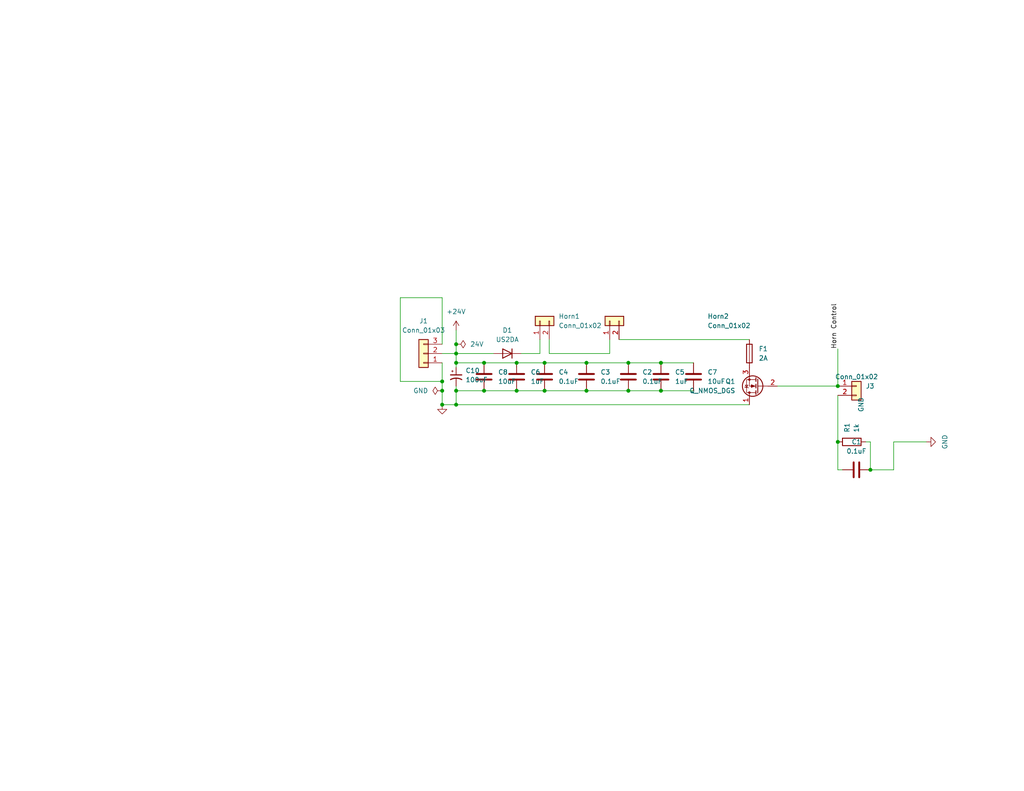
<source format=kicad_sch>
(kicad_sch (version 20231120) (generator "eeschema") (generator_version "8.0")
  (paper "USLetter")
  (title_block (title "Horns Board") (date "2025-09-16") (rev "1.0") (company "Illini Solar Car") (comment 1 "Designed By: Pedro Couto"))
  (lib_symbols
    (symbol "Connector_Generic:Conn_01x02" (pin_names (offset 1.016) hide)
      (property "Reference" "J" (at 0 2.54 0))
      (property "Value" "Conn_01x02" (at 0 -5.08 0))
      (symbol "Conn_01x02_1_1"
        (rectangle (start -1.27 -2.413) (end 0 -2.667) (stroke (width 0.1524)))
        (rectangle (start -1.27 0.127) (end 0 -0.127) (stroke (width 0.1524)))
        (rectangle (start -1.27 1.27) (end 1.27 -3.81) (stroke (width 0.254)) (fill (type background)))
        (pin passive line (at -5.08 0 0) (length 3.81) (name "Pin_1") (number "1"))
        (pin passive line (at -5.08 -2.54 0) (length 3.81) (name "Pin_2") (number "2"))
      )
    )
    (symbol "Connector_Generic:Conn_01x03" (pin_names (offset 1.016) hide)
      (property "Reference" "J" (at 0 5.08 0))
      (property "Value" "Conn_01x03" (at 0 -5.08 0))
      (symbol "Conn_01x03_1_1"
        (rectangle (start -1.27 -2.413) (end 0 -2.667) (stroke (width 0.1524)))
        (rectangle (start -1.27 0.127) (end 0 -0.127) (stroke (width 0.1524)))
        (rectangle (start -1.27 2.667) (end 0 2.413) (stroke (width 0.1524)))
        (rectangle (start -1.27 3.81) (end 1.27 -3.81) (stroke (width 0.254)) (fill (type background)))
        (pin passive line (at -5.08 2.54 0) (length 3.81) (name "Pin_1") (number "1"))
        (pin passive line (at -5.08 0 0) (length 3.81) (name "Pin_2") (number "2"))
        (pin passive line (at -5.08 -2.54 0) (length 3.81) (name "Pin_3") (number "3"))
      )
    )
    (symbol "Device:C_Polarized_Small_US" (pin_numbers hide) (pin_names (offset 0.254) hide)
      (property "Reference" "C" (at 0.254 1.778 0))
      (property "Value" "C_Polarized_Small_US" (at 0.254 -2.032 0))
      (symbol "C_Polarized_Small_US_0_1"
        (polyline (pts (xy -1.524 0.508) (xy 1.524 0.508)) (stroke (width 0.3048)))
        (polyline (pts (xy -1.27 1.524) (xy -0.762 1.524)))
        (polyline (pts (xy -1.016 1.27) (xy -1.016 1.778)))
        (arc (start 1.524 -0.762) (mid 0 -0.3734) (end -1.524 -0.762) (stroke (width 0.3048)))
      )
      (symbol "C_Polarized_Small_US_1_1"
        (pin passive line (at 0 2.54 270) (length 2.032) (name "~") (number "1"))
        (pin passive line (at 0 -2.54 90) (length 2.032) (name "~") (number "2"))
      )
    )
    (symbol "Device:Fuse" (pin_numbers hide) (pin_names (offset 0))
      (property "Reference" "F" (at 2.032 0 90))
      (property "Value" "Fuse" (at -1.905 0 90))
      (symbol "Fuse_0_1"
        (rectangle (start -0.762 -2.54) (end 0.762 2.54) (stroke (width 0.254)))
        (polyline (pts (xy 0 2.54) (xy 0 -2.54)))
      )
      (symbol "Fuse_1_1"
        (pin passive line (at 0 3.81 270) (length 1.27) (name "~") (number "1"))
        (pin passive line (at 0 -3.81 90) (length 1.27) (name "~") (number "2"))
      )
    )
    (symbol "Device:Q_NMOS_DGS" (pin_names (offset 0) hide)
      (property "Reference" "Q" (at 5.08 1.27 0))
      (property "Value" "Q_NMOS_DGS" (at 5.08 -1.27 0))
      (symbol "Q_NMOS_DGS_0_1"
        (polyline (pts (xy 0.254 0) (xy -2.54 0)))
        (polyline (pts (xy 0.254 1.905) (xy 0.254 -1.905)) (stroke (width 0.254)))
        (polyline (pts (xy 0.762 -1.27) (xy 0.762 -2.286)) (stroke (width 0.254)))
        (polyline (pts (xy 0.762 0.508) (xy 0.762 -0.508)) (stroke (width 0.254)))
        (polyline (pts (xy 0.762 2.286) (xy 0.762 1.27)) (stroke (width 0.254)))
        (polyline (pts (xy 2.54 2.54) (xy 2.54 1.778)))
        (polyline (pts (xy 2.54 -2.54) (xy 2.54 0) (xy 0.762 0)))
        (polyline (pts (xy 0.762 -1.778) (xy 3.302 -1.778) (xy 3.302 1.778) (xy 0.762 1.778)))
        (polyline (pts (xy 1.016 0) (xy 2.032 0.381) (xy 2.032 -0.381) (xy 1.016 0)) (fill (type outline)))
        (polyline (pts (xy 2.794 0.508) (xy 2.921 0.381) (xy 3.683 0.381) (xy 3.81 0.254)))
        (polyline (pts (xy 3.302 0.381) (xy 2.921 -0.254) (xy 3.683 -0.254) (xy 3.302 0.381)))
        (circle (center 1.651 0) (radius 2.794) (stroke (width 0.254)))
        (circle (center 2.54 -1.778) (radius 0.254) (fill (type outline)))
        (circle (center 2.54 1.778) (radius 0.254) (fill (type outline)))
      )
      (symbol "Q_NMOS_DGS_1_1"
        (pin passive line (at 2.54 5.08 270) (length 2.54) (name "D") (number "1"))
        (pin input line (at -5.08 0 0) (length 2.54) (name "G") (number "2"))
        (pin passive line (at 2.54 -5.08 90) (length 2.54) (name "S") (number "3"))
      )
    )
    (symbol "Device:R" (pin_numbers hide) (pin_names (offset 0))
      (property "Reference" "R" (at 2.032 0 90))
      (property "Value" "R" (at 0 0 90))
      (symbol "R_0_1"
        (rectangle (start -1.016 -2.54) (end 1.016 2.54) (stroke (width 0.254)))
      )
      (symbol "R_1_1"
        (pin passive line (at 0 3.81 270) (length 1.27) (name "~") (number "1"))
        (pin passive line (at 0 -3.81 90) (length 1.27) (name "~") (number "2"))
      )
    )
    (symbol "Diode:US2DA" (pin_numbers hide) (pin_names (offset 1.016) hide)
      (property "Reference" "D" (at 0 2.54 0))
      (property "Value" "US2DA" (at 0 -2.54 0))
      (symbol "US2DA_0_1"
        (polyline (pts (xy -1.27 1.27) (xy -1.27 -1.27)) (stroke (width 0.254)))
        (polyline (pts (xy 1.27 0) (xy -1.27 0)))
        (polyline (pts (xy 1.27 1.27) (xy 1.27 -1.27) (xy -1.27 0) (xy 1.27 1.27)) (stroke (width 0.254)))
      )
      (symbol "US2DA_1_1"
        (pin passive line (at -3.81 0 0) (length 2.54) (name "K") (number "1"))
        (pin passive line (at 3.81 0 180) (length 2.54) (name "A") (number "2"))
      )
    )
    (symbol "device:C" (pin_numbers hide) (pin_names (offset 0.254))
      (property "Reference" "C" (at 0.635 2.54 0))
      (property "Value" "C" (at 0.635 -2.54 0))
      (symbol "C_0_1"
        (polyline (pts (xy -2.032 -0.762) (xy 2.032 -0.762)) (stroke (width 0.508)))
        (polyline (pts (xy -2.032 0.762) (xy 2.032 0.762)) (stroke (width 0.508)))
      )
      (symbol "C_1_1"
        (pin passive line (at 0 3.81 270) (length 2.794) (name "~") (number "1"))
        (pin passive line (at 0 -3.81 90) (length 2.794) (name "~") (number "2"))
      )
    )
    (symbol "power:+24V" (power) (pin_names (offset 0))
      (property "Value" "+24V" (at 0 3.556 0))
      (symbol "+24V_0_1"
        (polyline (pts (xy -0.762 1.27) (xy 0 2.54)))
        (polyline (pts (xy 0 0) (xy 0 2.54)))
        (polyline (pts (xy 0 2.54) (xy 0.762 1.27)))
      )
      (symbol "+24V_1_1"
        (pin power_in line (at 0 0 90) (length 0) hide (name "+24V") (number "1"))
      )
    )
    (symbol "power:GND" (power) (pin_names (offset 0))
      (property "Value" "GND" (at 0 -3.81 0))
      (symbol "GND_0_1"
        (polyline (pts (xy 0 0) (xy 0 -1.27) (xy 1.27 -1.27) (xy 0 -2.54) (xy -1.27 -1.27) (xy 0 -1.27)))
      )
      (symbol "GND_1_1"
        (pin power_in line (at 0 0 270) (length 0) hide (name "GND") (number "1"))
      )
    )
    (symbol "power:PWR_FLAG" (power) (pin_numbers hide) (pin_names (offset 0) hide)
      (property "Value" "PWR_FLAG" (at 0 3.81 0))
      (symbol "PWR_FLAG_0_0"
        (pin power_out line (at 0 0 90) (length 0) (name "pwr") (number "1"))
      )
      (symbol "PWR_FLAG_0_1"
        (polyline (pts (xy 0 0) (xy 0 1.27) (xy -1.016 1.905) (xy 0 2.54) (xy 1.016 1.905) (xy 0 1.27)))
      )
    )
  )
  (junction (at 171.45 99.06))
  (junction (at 140.97 106.68))
  (junction (at 124.46 99.06))
  (junction (at 124.46 110.49))
  (junction (at 160.02 99.06))
  (junction (at 228.6 120.65))
  (junction (at 132.08 106.68))
  (junction (at 228.6 105.41))
  (junction (at 148.59 99.06))
  (junction (at 160.02 106.68))
  (junction (at 120.65 104.14))
  (junction (at 124.46 93.98))
  (junction (at 124.46 106.68))
  (junction (at 171.45 106.68))
  (junction (at 237.49 128.27))
  (junction (at 120.65 110.49))
  (junction (at 148.59 106.68))
  (junction (at 180.34 99.06))
  (junction (at 132.08 99.06))
  (junction (at 124.46 96.52))
  (junction (at 180.34 106.68))
  (junction (at 120.65 106.68))
  (junction (at 140.97 99.06))
  (wire (pts (xy 149.86 96.52) (xy 166.37 96.52)))
  (wire (pts (xy 124.46 96.52) (xy 134.62 96.52)))
  (wire (pts (xy 180.34 99.06) (xy 189.23 99.06)))
  (wire (pts (xy 212.09 105.41) (xy 228.6 105.41)))
  (wire (pts (xy 132.08 106.68) (xy 140.97 106.68)))
  (wire (pts (xy 124.46 93.98) (xy 124.46 96.52)))
  (wire (pts (xy 120.65 81.28) (xy 120.65 93.98)))
  (wire (pts (xy 124.46 96.52) (xy 124.46 99.06)))
  (wire (pts (xy 149.86 96.52) (xy 149.86 92.71)))
  (wire (pts (xy 140.97 99.06) (xy 140.97 100.33)))
  (wire (pts (xy 132.08 99.06) (xy 140.97 99.06)))
  (wire (pts (xy 168.91 92.71) (xy 204.47 92.71)))
  (wire (pts (xy 124.46 106.68) (xy 132.08 106.68)))
  (wire (pts (xy 237.49 120.65) (xy 236.22 120.65)))
  (wire (pts (xy 160.02 106.68) (xy 171.45 106.68)))
  (wire (pts (xy 148.59 99.06) (xy 160.02 99.06)))
  (wire (pts (xy 124.46 99.06) (xy 132.08 99.06)))
  (wire (pts (xy 124.46 96.52) (xy 120.65 96.52)))
  (wire (pts (xy 160.02 99.06) (xy 171.45 99.06)))
  (wire (pts (xy 124.46 99.06) (xy 124.46 100.33)))
  (wire (pts (xy 120.65 110.49) (xy 124.46 110.49)))
  (wire (pts (xy 228.6 120.65) (xy 228.6 128.27)))
  (wire (pts (xy 243.84 120.65) (xy 252.73 120.65)))
  (wire (pts (xy 124.46 90.17) (xy 124.46 93.98)))
  (wire (pts (xy 171.45 106.68) (xy 180.34 106.68)))
  (wire (pts (xy 228.6 105.41) (xy 228.6 95.25)))
  (wire (pts (xy 120.65 106.68) (xy 120.65 110.49)))
  (wire (pts (xy 243.84 128.27) (xy 243.84 120.65)))
  (wire (pts (xy 140.97 99.06) (xy 148.59 99.06)))
  (wire (pts (xy 228.6 128.27) (xy 229.87 128.27)))
  (wire (pts (xy 142.24 96.52) (xy 147.32 96.52)))
  (wire (pts (xy 148.59 106.68) (xy 160.02 106.68)))
  (wire (pts (xy 120.65 99.06) (xy 120.65 104.14)))
  (wire (pts (xy 109.22 81.28) (xy 109.22 104.14)))
  (wire (pts (xy 120.65 104.14) (xy 120.65 106.68)))
  (wire (pts (xy 124.46 110.49) (xy 204.47 110.49)))
  (wire (pts (xy 228.6 107.95) (xy 228.6 120.65)))
  (wire (pts (xy 147.32 96.52) (xy 147.32 92.71)))
  (wire (pts (xy 120.65 81.28) (xy 109.22 81.28)))
  (wire (pts (xy 237.49 120.65) (xy 237.49 128.27)))
  (wire (pts (xy 171.45 99.06) (xy 180.34 99.06)))
  (wire (pts (xy 166.37 96.52) (xy 166.37 92.71)))
  (wire (pts (xy 124.46 106.68) (xy 124.46 110.49)))
  (wire (pts (xy 237.49 128.27) (xy 243.84 128.27)))
  (wire (pts (xy 109.22 104.14) (xy 120.65 104.14)))
  (wire (pts (xy 140.97 106.68) (xy 148.59 106.68)))
  (wire (pts (xy 180.34 106.68) (xy 189.23 106.68)))
  (wire (pts (xy 124.46 105.41) (xy 124.46 106.68)))
  (label "Horn Control" (at 228.6 95.25 90))
  (symbol (lib_id "power:GND") (at 252.73 120.65 90) (unit 1)
    (property "Reference" "#PWR04" (effects (hide yes)))
    (property "Value" "GND" (at 257.81 120.65 0))
    (property "Description" "Power symbol creates a global label with name \"GND\" , ground" (effects (hide yes)))
  )
  (symbol (lib_id "Connector_Generic:Conn_01x02") (at 147.32 87.63 90) (unit 1)
    (property "Reference" "Horn1" (at 152.4 86.3599 90) (effects (justify right)))
    (property "Value" "Conn_01x02" (at 152.4 88.8999 90) (effects (justify right)))
    (property "Footprint" "Connector_Molex:Molex_CLIK-Mate_502382-0270_1x02-1MP_P1.25mm_Vertical" (effects (hide yes)))
    (property "Description" "Generic connector, single row, 01x02, script generated (kicad-library-utils/schlib/autogen/connector/)" (effects (hide yes)))
  )
  (symbol (lib_id "Connector_Generic:Conn_01x03") (at 115.57 96.52 180) (unit 1)
    (property "Reference" "J1" (at 115.57 87.63 0))
    (property "Value" "Conn_01x03" (at 115.57 90.17 0))
    (property "Footprint" "Connector_Molex:Molex_CLIK-Mate_502382-0370_1x03-1MP_P1.25mm_Vertical" (effects (hide yes)))
    (property "Description" "Generic connector, single row, 01x03, script generated (kicad-library-utils/schlib/autogen/connector/)" (effects (hide yes)))
  )
  (symbol (lib_id "Device:C_Polarized_Small_US") (at 124.46 102.87 0) (unit 1)
    (property "Reference" "C10" (at 127 101.1681 0) (effects (justify left)))
    (property "Value" "100uF" (at 127 103.7081 0) (effects (justify left)))
    (property "Footprint" "Capacitor_SMD:C_0603_1608Metric" (effects (hide yes)))
    (property "Description" "Polarized capacitor, small US symbol" (effects (hide yes)))
  )
  (symbol (lib_id "device:C") (at 180.34 102.87 0) (unit 1)
    (property "Reference" "C5" (at 184.15 101.5999 0) (effects (justify left)))
    (property "Value" "1uF" (at 184.15 104.1399 0) (effects (justify left)))
    (property "Footprint" "Capacitor_SMD:C_0603_1608Metric" (effects (hide yes)))
    (property "Description" "Unpolarized capacitor" (effects (hide yes)))
  )
  (symbol (lib_id "Device:Fuse") (at 204.47 96.52 0) (unit 1)
    (property "Reference" "F1" (at 207.01 95.2499 0) (effects (justify left)))
    (property "Value" "2A" (at 207.01 97.7899 0) (effects (justify left)))
    (property "Footprint" "Fuse:Fuse_0402_1005Metric" (effects (hide yes)))
    (property "Description" "Fuse" (effects (hide yes)))
  )
  (symbol (lib_id "device:C") (at 160.02 102.87 0) (unit 1)
    (property "Reference" "C3" (at 163.83 101.5999 0) (effects (justify left)))
    (property "Value" "0.1uF" (at 163.83 104.1399 0) (effects (justify left)))
    (property "Footprint" "Capacitor_SMD:C_0603_1608Metric" (effects (hide yes)))
    (property "Description" "Unpolarized capacitor" (effects (hide yes)))
  )
  (symbol (lib_id "device:C") (at 140.97 102.87 0) (unit 1)
    (property "Reference" "C6" (at 144.78 101.5999 0) (effects (justify left)))
    (property "Value" "1uF" (at 144.78 104.1399 0) (effects (justify left)))
    (property "Footprint" "Capacitor_SMD:C_0603_1608Metric" (effects (hide yes)))
    (property "Description" "Unpolarized capacitor" (effects (hide yes)))
  )
  (symbol (lib_id "power:PWR_FLAG") (at 120.65 106.68 90) (unit 1)
    (property "Reference" "#FLG02" (effects (hide yes)))
    (property "Value" "GND" (at 116.84 106.6799 90) (effects (justify left)))
    (property "Description" "Special symbol for telling ERC where power comes from" (effects (hide yes)))
  )
  (symbol (lib_id "device:C") (at 148.59 102.87 0) (unit 1)
    (property "Reference" "C4" (at 152.4 101.5999 0) (effects (justify left)))
    (property "Value" "0.1uF" (at 152.4 104.1399 0) (effects (justify left)))
    (property "Footprint" "Capacitor_SMD:C_0603_1608Metric" (effects (hide yes)))
    (property "Description" "Unpolarized capacitor" (effects (hide yes)))
  )
  (symbol (lib_id "power:+24V") (at 124.46 90.17 0) (unit 1)
    (property "Reference" "#PWR03" (effects (hide yes)))
    (property "Value" "+24V" (at 124.46 85.09 0))
    (property "Description" "Power symbol creates a global label with name \"+24V\"" (effects (hide yes)))
  )
  (symbol (lib_id "Device:Q_NMOS_DGS") (at 207.01 105.41 180) (unit 1)
    (property "Reference" "Q1" (at 200.66 104.1399 0) (effects (justify left)))
    (property "Value" "Q_NMOS_DGS" (at 200.66 106.6799 0) (effects (justify left)))
    (property "Footprint" "layout:TO-252-2" (effects (hide yes)))
    (property "Datasheet" "https://www.vishay.com/docs/91420/sihfr010.pdf" (effects (hide yes)))
    (property "Description" "N-MOSFET transistor, drain/gate/source" (effects (hide yes)))
  )
  (symbol (lib_id "device:C") (at 189.23 102.87 0) (unit 1)
    (property "Reference" "C7" (at 193.04 101.5999 0) (effects (justify left)))
    (property "Value" "10uF" (at 193.04 104.1399 0) (effects (justify left)))
    (property "Footprint" "Capacitor_SMD:C_0603_1608Metric" (effects (hide yes)))
    (property "Description" "Unpolarized capacitor" (effects (hide yes)))
  )
  (symbol (lib_id "power:GND") (at 120.65 110.49 0) (unit 1)
    (property "Reference" "#PWR01" (effects (hide yes)))
    (property "Value" "GND" (at 234.95 110.49 90))
    (property "Description" "Power symbol creates a global label with name \"GND\" , ground" (effects (hide yes)))
  )
  (symbol (lib_id "Connector_Generic:Conn_01x02") (at 166.37 87.63 90) (unit 1)
    (property "Reference" "Horn2" (at 193.04 86.3599 90) (effects (justify right)))
    (property "Value" "Conn_01x02" (at 193.04 88.8999 90) (effects (justify right)))
    (property "Footprint" "Connector_Molex:Molex_CLIK-Mate_502382-0270_1x02-1MP_P1.25mm_Vertical" (effects (hide yes)))
    (property "Description" "Generic connector, single row, 01x02, script generated (kicad-library-utils/schlib/autogen/connector/)" (effects (hide yes)))
  )
  (symbol (lib_id "Diode:US2DA") (at 138.43 96.52 180) (unit 1)
    (property "Reference" "D1" (at 138.43 90.17 0))
    (property "Value" "US2DA" (at 138.43 92.71 0))
    (property "Footprint" "Diode_SMD:D_SMA" (effects (hide yes)))
    (property "Datasheet" "https://www.diodes.com/assets/Datasheets/ds14002.pdf" (effects (hide yes)))
    (property "Description" "200V, 1.5A, General Purpose Rectifier Diode, SMA(DO-214AC)" (effects (hide yes)))
  )
  (symbol (lib_id "power:PWR_FLAG") (at 124.46 93.98 270) (unit 1)
    (property "Reference" "#FLG01" (effects (hide yes)))
    (property "Value" "24V" (at 128.27 93.9799 90) (effects (justify left)))
    (property "Description" "Special symbol for telling ERC where power comes from" (effects (hide yes)))
  )
  (symbol (lib_id "device:C") (at 171.45 102.87 0) (unit 1)
    (property "Reference" "C2" (at 175.26 101.5999 0) (effects (justify left)))
    (property "Value" "0.1uF" (at 175.26 104.1399 0) (effects (justify left)))
    (property "Footprint" "Capacitor_SMD:C_0603_1608Metric" (effects (hide yes)))
    (property "Description" "Unpolarized capacitor" (effects (hide yes)))
  )
  (symbol (lib_id "device:C") (at 132.08 102.87 0) (unit 1)
    (property "Reference" "C8" (at 135.89 101.5999 0) (effects (justify left)))
    (property "Value" "10uF" (at 135.89 104.1399 0) (effects (justify left)))
    (property "Footprint" "Capacitor_SMD:C_0603_1608Metric" (effects (hide yes)))
    (property "Description" "Unpolarized capacitor" (effects (hide yes)))
  )
  (symbol (lib_id "Connector_Generic:Conn_01x02") (at 233.68 105.41 0) (unit 1)
    (property "Reference" "J3" (at 236.22 105.4099 0) (effects (justify left)))
    (property "Value" "Conn_01x02" (at 227.838 102.87 0) (effects (justify left)))
    (property "Footprint" "Connector_Molex:Molex_CLIK-Mate_502382-0270_1x02-1MP_P1.25mm_Vertical" (effects (hide yes)))
    (property "Description" "Generic connector, single row, 01x02, script generated (kicad-library-utils/schlib/autogen/connector/)" (effects (hide yes)))
  )
  (symbol (lib_id "Device:R") (at 232.41 120.65 90) (unit 1)
    (property "Reference" "R1" (at 231.1399 118.11 0) (effects (justify left)))
    (property "Value" "1k" (at 233.6799 118.11 0) (effects (justify left)))
    (property "Footprint" "Resistor_SMD:R_0201_0603Metric_Pad0.64x0.40mm_HandSolder" (effects (hide yes)))
    (property "Description" "Resistor" (effects (hide yes)))
  )
  (symbol (lib_id "device:C") (at 233.68 128.27 90) (unit 1)
    (property "Reference" "C1" (at 233.68 120.65 90))
    (property "Value" "0.1uF" (at 233.68 123.19 90))
    (property "Footprint" "Capacitor_SMD:C_0603_1608Metric" (effects (hide yes)))
    (property "Description" "Unpolarized capacitor" (effects (hide yes)))
  )
)
</source>
